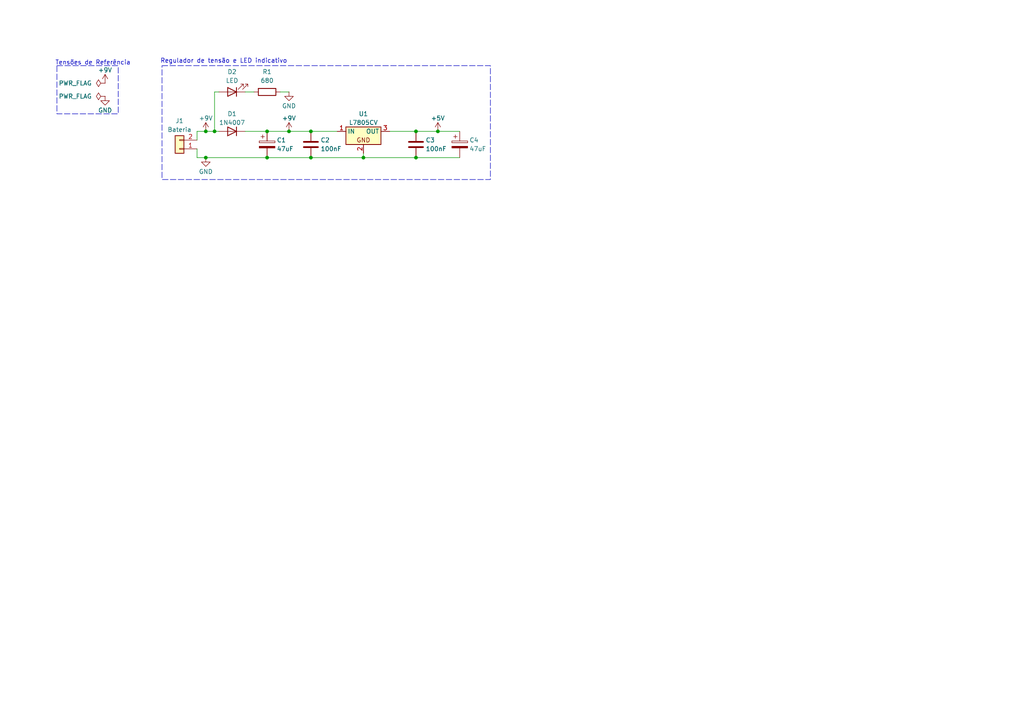
<source format=kicad_sch>
(kicad_sch (version 20250114) (generator "eeschema") (generator_version "9.0")
  (paper "A4")
  (title_block (title "Arduino Standalone") (date "2025-11-20") (rev "1.0.0") (company "Computação Raiz") (comment 1 "Autor: Abrantes Araújo Silva Filho"))
  (lib_symbols
    (symbol "Connector_Generic:Conn_01x02" (pin_names (offset 1.016) (hide yes))
      (property "Reference" "J" (at 0 2.54 0))
      (property "Value" "Conn_01x02" (at 0 -5.08 0))
      (symbol "Conn_01x02_1_1"
        (rectangle (start -1.27 1.27) (end 1.27 -3.81) (stroke (width 0.254)) (fill (type background)))
        (rectangle (start -1.27 0.127) (end 0 -0.127) (stroke (width 0.1524)))
        (rectangle (start -1.27 -2.413) (end 0 -2.667) (stroke (width 0.1524)))
        (pin passive line (at -5.08 0 0) (length 3.81) (name "Pin_1") (number "1"))
        (pin passive line (at -5.08 -2.54 0) (length 3.81) (name "Pin_2") (number "2"))
      )
    )
    (symbol "Device:C" (pin_numbers (hide yes)) (pin_names (offset 0.254))
      (property "Reference" "C" (at 0.635 2.54 0))
      (property "Value" "C" (at 0.635 -2.54 0))
      (symbol "C_0_1"
        (polyline (pts (xy -2.032 0.762) (xy 2.032 0.762)) (stroke (width 0.508)))
        (polyline (pts (xy -2.032 -0.762) (xy 2.032 -0.762)) (stroke (width 0.508)))
      )
      (symbol "C_1_1"
        (pin passive line (at 0 3.81 270) (length 2.794) (name "~") (number "1"))
        (pin passive line (at 0 -3.81 90) (length 2.794) (name "~") (number "2"))
      )
    )
    (symbol "Device:C_Polarized" (pin_numbers (hide yes)) (pin_names (offset 0.254))
      (property "Reference" "C" (at 0.635 2.54 0))
      (property "Value" "C_Polarized" (at 0.635 -2.54 0))
      (symbol "C_Polarized_0_1"
        (rectangle (start -2.286 0.508) (end 2.286 1.016))
        (polyline (pts (xy -1.778 2.286) (xy -0.762 2.286)))
        (polyline (pts (xy -1.27 2.794) (xy -1.27 1.778)))
        (rectangle (start 2.286 -0.508) (end -2.286 -1.016) (fill (type outline)))
      )
      (symbol "C_Polarized_1_1"
        (pin passive line (at 0 3.81 270) (length 2.794) (name "~") (number "1"))
        (pin passive line (at 0 -3.81 90) (length 2.794) (name "~") (number "2"))
      )
    )
    (symbol "Device:D" (pin_numbers (hide yes)) (pin_names (offset 1.016) (hide yes))
      (property "Reference" "D" (at 0 2.54 0))
      (property "Value" "D" (at 0 -2.54 0))
      (symbol "D_0_1"
        (polyline (pts (xy -1.27 1.27) (xy -1.27 -1.27)) (stroke (width 0.254)))
        (polyline (pts (xy 1.27 1.27) (xy 1.27 -1.27) (xy -1.27 0) (xy 1.27 1.27)) (stroke (width 0.254)))
        (polyline (pts (xy 1.27 0) (xy -1.27 0)))
      )
      (symbol "D_1_1"
        (pin passive line (at -3.81 0 0) (length 2.54) (name "K") (number "1"))
        (pin passive line (at 3.81 0 180) (length 2.54) (name "A") (number "2"))
      )
    )
    (symbol "Device:LED" (pin_numbers (hide yes)) (pin_names (offset 1.016) (hide yes))
      (property "Reference" "D" (at 0 2.54 0))
      (property "Value" "LED" (at 0 -2.54 0))
      (symbol "LED_0_1"
        (polyline (pts (xy -3.048 -0.762) (xy -4.572 -2.286) (xy -3.81 -2.286) (xy -4.572 -2.286) (xy -4.572 -1.524)))
        (polyline (pts (xy -1.778 -0.762) (xy -3.302 -2.286) (xy -2.54 -2.286) (xy -3.302 -2.286) (xy -3.302 -1.524)))
        (polyline (pts (xy -1.27 0) (xy 1.27 0)))
        (polyline (pts (xy -1.27 -1.27) (xy -1.27 1.27)) (stroke (width 0.254)))
        (polyline (pts (xy 1.27 -1.27) (xy 1.27 1.27) (xy -1.27 0) (xy 1.27 -1.27)) (stroke (width 0.254)))
      )
      (symbol "LED_1_1"
        (pin passive line (at -3.81 0 0) (length 2.54) (name "K") (number "1"))
        (pin passive line (at 3.81 0 180) (length 2.54) (name "A") (number "2"))
      )
    )
    (symbol "Device:R" (pin_numbers (hide yes)) (pin_names (offset 0))
      (property "Reference" "R" (at 2.032 0 90))
      (property "Value" "R" (at 0 0 90))
      (symbol "R_0_1"
        (rectangle (start -1.016 -2.54) (end 1.016 2.54) (stroke (width 0.254)))
      )
      (symbol "R_1_1"
        (pin passive line (at 0 3.81 270) (length 1.27) (name "~") (number "1"))
        (pin passive line (at 0 -3.81 90) (length 1.27) (name "~") (number "2"))
      )
    )
    (symbol "PCM_Voltage_Regulator_AKL:L7805CV"
      (property "Reference" "U" (at 0 6.35 0))
      (property "Value" "L7805CV" (at 0 3.81 0))
      (symbol "L7805CV_0_0"
        (rectangle (start -5.08 1.27) (end 5.08 -3.81) (stroke (width 0.254)) (fill (type background)))
        (text "GND" (at 0 -2.54 0) (effects (font (size 1.27 1.27))))
      )
      (symbol "L7805CV_1_1"
        (pin power_in line (at -7.62 0 0) (length 2.54) (name "IN") (number "1"))
        (pin power_in line (at 0 -6.35 90) (length 2.54) (name "~") (number "2"))
        (pin power_out line (at 7.62 0 180) (length 2.54) (name "OUT") (number "3"))
      )
    )
    (symbol "power:+5V" (power) (pin_numbers (hide yes)) (pin_names (offset 0) (hide yes))
      (property "Value" "+5V" (at 0 3.556 0))
      (symbol "+5V_0_1"
        (polyline (pts (xy -0.762 1.27) (xy 0 2.54)))
        (polyline (pts (xy 0 2.54) (xy 0.762 1.27)))
        (polyline (pts (xy 0 0) (xy 0 2.54)))
      )
      (symbol "+5V_1_1"
        (pin power_in line (at 0 0 90) (length 0) (name "~") (number "1"))
      )
    )
    (symbol "power:+9V" (power) (pin_numbers (hide yes)) (pin_names (offset 0) (hide yes))
      (property "Value" "+9V" (at 0 3.556 0))
      (symbol "+9V_0_1"
        (polyline (pts (xy -0.762 1.27) (xy 0 2.54)))
        (polyline (pts (xy 0 2.54) (xy 0.762 1.27)))
        (polyline (pts (xy 0 0) (xy 0 2.54)))
      )
      (symbol "+9V_1_1"
        (pin power_in line (at 0 0 90) (length 0) (name "~") (number "1"))
      )
    )
    (symbol "power:GND" (power) (pin_numbers (hide yes)) (pin_names (offset 0) (hide yes))
      (property "Value" "GND" (at 0 -3.81 0))
      (symbol "GND_0_1"
        (polyline (pts (xy 0 0) (xy 0 -1.27) (xy 1.27 -1.27) (xy 0 -2.54) (xy -1.27 -1.27) (xy 0 -1.27)))
      )
      (symbol "GND_1_1"
        (pin power_in line (at 0 0 270) (length 0) (name "~") (number "1"))
      )
    )
    (symbol "power:PWR_FLAG" (power) (pin_numbers (hide yes)) (pin_names (offset 0) (hide yes))
      (property "Value" "PWR_FLAG" (at 0 3.81 0))
      (symbol "PWR_FLAG_0_0"
        (pin power_out line (at 0 0 90) (length 0) (name "~") (number "1"))
      )
      (symbol "PWR_FLAG_0_1"
        (polyline (pts (xy 0 0) (xy 0 1.27) (xy -1.016 1.905) (xy 0 2.54) (xy 1.016 1.905) (xy 0 1.27)))
      )
    )
  )
  (rectangle (start 16.51 19.05) (end 34.29 33.02) (stroke (width 0) (type dash)))
  (rectangle (start 46.99 19.05) (end 142.24 52.07) (stroke (width 0) (type dash)))
  (text "Regulador de tensão e LED indicativo" (at 46.482 17.78 0) (effects (font (size 1.27 1.27)) (justify left)))
  (text "Tensões de Referência" (at 16.002 18.288 0) (effects (font (size 1.27 1.27)) (justify left)))
  (junction (at 120.65 45.72))
  (junction (at 83.82 38.1))
  (junction (at 90.17 45.72))
  (junction (at 90.17 38.1))
  (junction (at 59.69 45.72))
  (junction (at 105.41 45.72))
  (junction (at 120.65 38.1))
  (junction (at 127 38.1))
  (junction (at 77.47 45.72))
  (junction (at 62.23 38.1))
  (junction (at 59.69 38.1))
  (junction (at 77.47 38.1))
  (wire (pts (xy 90.17 38.1) (xy 97.79 38.1)))
  (wire (pts (xy 57.15 38.1) (xy 59.69 38.1)))
  (wire (pts (xy 57.15 43.18) (xy 57.15 45.72)))
  (wire (pts (xy 71.12 38.1) (xy 77.47 38.1)))
  (wire (pts (xy 59.69 38.1) (xy 62.23 38.1)))
  (wire (pts (xy 83.82 38.1) (xy 90.17 38.1)))
  (wire (pts (xy 57.15 45.72) (xy 59.69 45.72)))
  (wire (pts (xy 71.12 26.67) (xy 73.66 26.67)))
  (wire (pts (xy 62.23 26.67) (xy 63.5 26.67)))
  (wire (pts (xy 113.03 38.1) (xy 120.65 38.1)))
  (wire (pts (xy 105.41 44.45) (xy 105.41 45.72)))
  (wire (pts (xy 120.65 45.72) (xy 133.35 45.72)))
  (wire (pts (xy 77.47 45.72) (xy 90.17 45.72)))
  (wire (pts (xy 90.17 45.72) (xy 105.41 45.72)))
  (wire (pts (xy 127 38.1) (xy 133.35 38.1)))
  (wire (pts (xy 81.28 26.67) (xy 83.82 26.67)))
  (wire (pts (xy 105.41 45.72) (xy 120.65 45.72)))
  (wire (pts (xy 62.23 26.67) (xy 62.23 38.1)))
  (wire (pts (xy 57.15 40.64) (xy 57.15 38.1)))
  (wire (pts (xy 120.65 38.1) (xy 127 38.1)))
  (wire (pts (xy 77.47 38.1) (xy 83.82 38.1)))
  (wire (pts (xy 59.69 45.72) (xy 77.47 45.72)))
  (wire (pts (xy 62.23 38.1) (xy 63.5 38.1)))
  (symbol (lib_id "power:PWR_FLAG") (at 30.48 27.94 90) (unit 1)
    (property "Reference" "#FLG02" (effects (hide yes)))
    (property "Value" "PWR_FLAG" (at 26.67 27.9399 90) (effects (justify left)))
    (property "Description" "Special symbol for telling ERC where power comes from" (effects (hide yes)))
  )
  (symbol (lib_id "power:PWR_FLAG") (at 30.48 24.13 90) (unit 1)
    (property "Reference" "#FLG01" (effects (hide yes)))
    (property "Value" "PWR_FLAG" (at 26.67 24.1299 90) (effects (justify left)))
    (property "Description" "Special symbol for telling ERC where power comes from" (effects (hide yes)))
  )
  (symbol (lib_id "Connector_Generic:Conn_01x02") (at 52.07 43.18 180) (unit 1)
    (property "Reference" "J1" (at 52.07 35.052 0))
    (property "Value" "Bateria" (at 52.07 37.592 0))
    (property "Description" "Generic connector, single row, 01x02, script generated (kicad-library-utils/schlib/autogen/connector/)" (effects (hide yes)))
  )
  (symbol (lib_id "Device:C_Polarized") (at 77.47 41.91 0) (unit 1)
    (property "Reference" "C1" (at 80.264 40.64 0) (effects (justify left)))
    (property "Value" "47uF" (at 80.264 43.18 0) (effects (justify left)))
    (property "Description" "Polarized capacitor" (effects (hide yes)))
  )
  (symbol (lib_id "Device:LED") (at 67.31 26.67 180) (unit 1)
    (property "Reference" "D2" (at 67.31 20.828 0))
    (property "Value" "LED" (at 67.31 23.368 0))
    (property "Description" "Light emitting diode" (effects (hide yes)))
    (property "Sim.Pins" "1=K 2=A" (effects (hide yes)))
  )
  (symbol (lib_id "power:GND") (at 83.82 26.67 0) (unit 1)
    (property "Reference" "#PWR07" (effects (hide yes)))
    (property "Value" "GND" (at 83.82 30.734 0))
    (property "Description" "Power symbol creates a global label with name \"GND\" , ground" (effects (hide yes)))
  )
  (symbol (lib_id "power:GND") (at 30.48 27.94 0) (unit 1)
    (property "Reference" "#PWR02" (effects (hide yes)))
    (property "Value" "GND" (at 30.48 32.004 0))
    (property "Description" "Power symbol creates a global label with name \"GND\" , ground" (effects (hide yes)))
  )
  (symbol (lib_id "power:+5V") (at 127 38.1 0) (unit 1)
    (property "Reference" "#PWR06" (effects (hide yes)))
    (property "Value" "+5V" (at 127 34.29 0))
    (property "Description" "Power symbol creates a global label with name \"+5V\"" (effects (hide yes)))
  )
  (symbol (lib_id "Device:C") (at 120.65 41.91 0) (unit 1)
    (property "Reference" "C3" (at 123.444 40.64 0) (effects (justify left)))
    (property "Value" "100nF" (at 123.444 43.18 0) (effects (justify left)))
    (property "Description" "Unpolarized capacitor" (effects (hide yes)))
  )
  (symbol (lib_id "power:+9V") (at 59.69 38.1 0) (unit 1)
    (property "Reference" "#PWR04" (effects (hide yes)))
    (property "Value" "+9V" (at 59.69 34.29 0))
    (property "Description" "Power symbol creates a global label with name \"+9V\"" (effects (hide yes)))
  )
  (symbol (lib_id "Device:R") (at 77.47 26.67 90) (unit 1)
    (property "Reference" "R1" (at 77.47 20.828 90))
    (property "Value" "680" (at 77.47 23.368 90))
    (property "Description" "Resistor" (effects (hide yes)))
  )
  (symbol (lib_id "Device:D") (at 67.31 38.1 180) (unit 1)
    (property "Reference" "D1" (at 67.31 33.02 0))
    (property "Value" "1N4007" (at 67.31 35.56 0))
    (property "Description" "Diode" (effects (hide yes)))
    (property "Sim.Device" "D" (effects (hide yes)))
    (property "Sim.Pins" "1=K 2=A" (effects (hide yes)))
  )
  (symbol (lib_id "PCM_Voltage_Regulator_AKL:L7805CV") (at 105.41 38.1 0) (unit 1)
    (property "Reference" "U1" (at 105.41 33.02 0))
    (property "Value" "L7805CV" (at 105.41 35.56 0))
    (property "Footprint" "PCM_Package_TO_SOT_THT_AKL:TO-220-3_Vertical" (effects (hide yes)))
    (property "Datasheet" "https://www.tme.eu/Document/ca9f9ea733232dbf9060d5224849cc58/L78.pdf" (effects (hide yes)))
    (property "Description" "TO-220 5V 1.5A 3-terminal voltage regulator, Alternate KiCad Library" (effects (hide yes)))
  )
  (symbol (lib_id "Device:C_Polarized") (at 133.35 41.91 0) (unit 1)
    (property "Reference" "C4" (at 136.144 40.64 0) (effects (justify left)))
    (property "Value" "47uF" (at 136.144 43.18 0) (effects (justify left)))
    (property "Description" "Polarized capacitor" (effects (hide yes)))
  )
  (symbol (lib_id "Device:C") (at 90.17 41.91 0) (unit 1)
    (property "Reference" "C2" (at 92.964 40.64 0) (effects (justify left)))
    (property "Value" "100nF" (at 92.964 43.18 0) (effects (justify left)))
    (property "Description" "Unpolarized capacitor" (effects (hide yes)))
  )
  (symbol (lib_id "power:+9V") (at 83.82 38.1 0) (unit 1)
    (property "Reference" "#PWR05" (effects (hide yes)))
    (property "Value" "+9V" (at 83.82 34.29 0))
    (property "Description" "Power symbol creates a global label with name \"+9V\"" (effects (hide yes)))
  )
  (symbol (lib_id "power:+9V") (at 30.48 24.13 0) (unit 1)
    (property "Reference" "#PWR01" (effects (hide yes)))
    (property "Value" "+9V" (at 30.48 20.32 0))
    (property "Description" "Power symbol creates a global label with name \"+9V\"" (effects (hide yes)))
  )
  (symbol (lib_id "power:GND") (at 59.69 45.72 0) (unit 1)
    (property "Reference" "#PWR03" (effects (hide yes)))
    (property "Value" "GND" (at 59.69 49.784 0))
    (property "Description" "Power symbol creates a global label with name \"GND\" , ground" (effects (hide yes)))
  )
)
</source>
